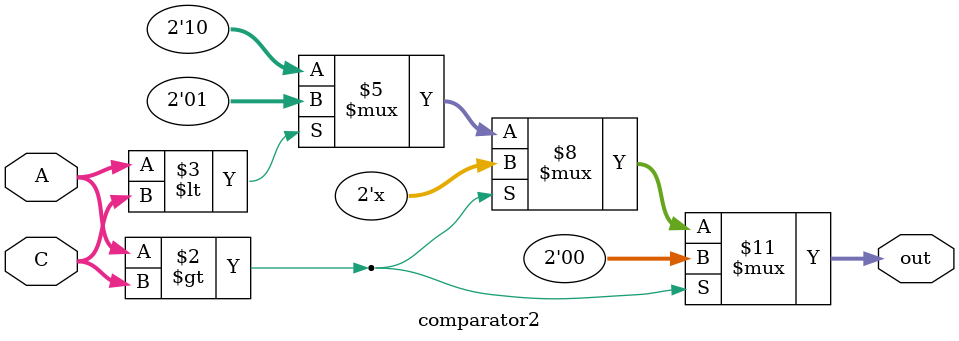
<source format=v>
module comparator2(A,C,out);

	input [3:0]A;
	input [3:0]C;
	output reg[1:0]out;

	always@(*) begin

	if(A>C)
		out=2'b00;
	else if(A<C)
		out=2'b01;
	else
		out=2'b10;
	end

endmodule
</source>
